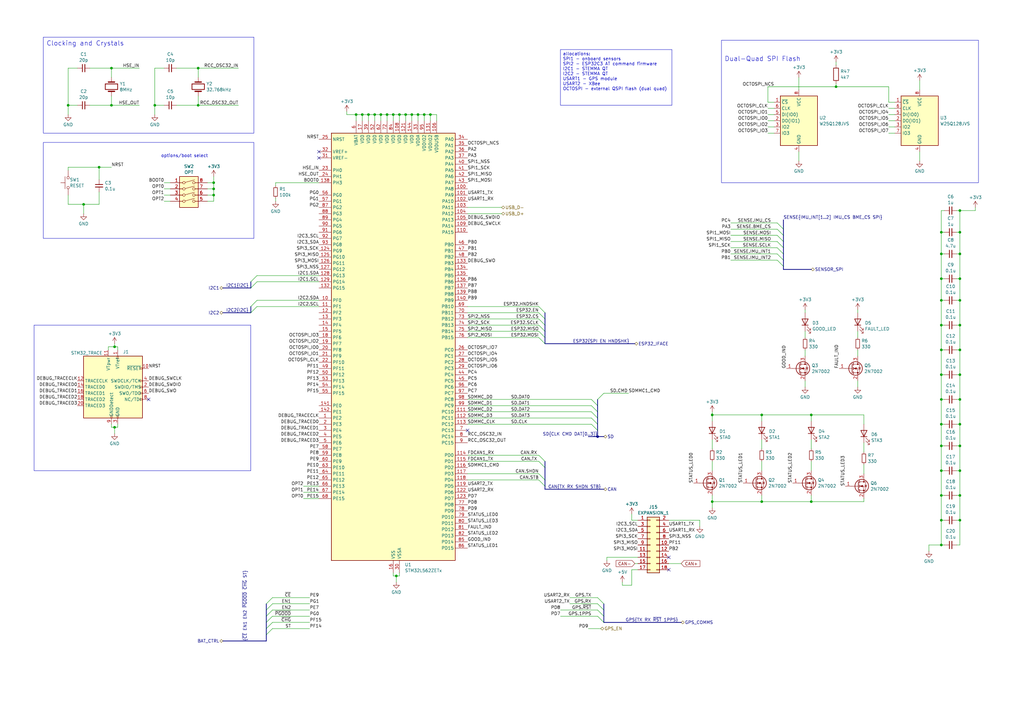
<source format=kicad_sch>
(kicad_sch (version 20230121) (generator eeschema)
  (paper "A3")
  (title_block (title "T3 Telemetry Board") (date "2023-07-26") (rev "1.1a-DRAFT") (company "Solar Vehicle Project"))
  (bus_alias "I2C" (members "SCL" "SDA"))
  (bus_alias "SPI" (members "MOSI" "MISO" "CS" "SCLK"))
  (bus_alias "UART" (members "TX" "RX" "CTS" "DTS" "RTS"))
  (junction (at 162.56 236.22))
  (junction (at 173.99 46.99))
  (junction (at 176.53 46.99))
  (junction (at 146.05 46.99))
  (junction (at 393.7 104.14))
  (junction (at 386.08 203.2))
  (junction (at 312.42 170.18))
  (junction (at 393.7 173.99))
  (junction (at 393.7 213.36))
  (junction (at 87.63 80.01))
  (junction (at 386.08 153.67))
  (junction (at 87.63 74.93))
  (junction (at 312.42 205.74))
  (junction (at 34.29 83.82))
  (junction (at 151.13 46.99))
  (junction (at 386.08 104.14))
  (junction (at 45.72 43.18))
  (junction (at 386.08 223.52))
  (junction (at 393.7 114.3))
  (junction (at 393.7 123.19))
  (junction (at 166.37 46.99))
  (junction (at 45.72 27.94))
  (junction (at 393.7 182.88))
  (junction (at 81.28 27.94))
  (junction (at 161.29 46.99))
  (junction (at 63.5 43.18))
  (junction (at 393.7 95.25))
  (junction (at 171.45 46.99))
  (junction (at 386.08 123.19))
  (junction (at 292.1 170.18))
  (junction (at 245.11 179.07))
  (junction (at 163.83 46.99))
  (junction (at 393.7 163.83))
  (junction (at 386.08 114.3))
  (junction (at 386.08 95.25))
  (junction (at 40.64 68.58))
  (junction (at 393.7 203.2))
  (junction (at 386.08 213.36))
  (junction (at 386.08 143.51))
  (junction (at 386.08 193.04))
  (junction (at 393.7 143.51))
  (junction (at 81.28 43.18))
  (junction (at 148.59 46.99))
  (junction (at 46.99 142.24))
  (junction (at 27.94 43.18))
  (junction (at 168.91 46.99))
  (junction (at 393.7 86.36))
  (junction (at 46.99 175.26))
  (junction (at 386.08 133.35))
  (junction (at 158.75 46.99))
  (junction (at 332.74 170.18))
  (junction (at 393.7 193.04))
  (junction (at 292.1 205.74))
  (junction (at 386.08 173.99))
  (junction (at 153.67 46.99))
  (junction (at 156.21 46.99))
  (junction (at 386.08 182.88))
  (junction (at 332.74 205.74))
  (junction (at 342.9 35.56))
  (junction (at 393.7 133.35))
  (junction (at 386.08 163.83))
  (junction (at 393.7 153.67))
  (junction (at 87.63 77.47))
  (no_connect (at 274.32 228.6))
  (no_connect (at 130.81 62.23))
  (no_connect (at 274.32 233.68))
  (no_connect (at 60.96 163.83))
  (no_connect (at 191.77 176.53))
  (no_connect (at 130.81 64.77))
  (bus_entry (at 321.31 106.68) (size -2.54 -2.54))
  (bus_entry (at 102.87 115.57) (size 2.54 -2.54))
  (bus_entry (at 102.87 128.27) (size 2.54 -2.54))
  (bus_entry (at 223.52 140.97) (size -2.54 -2.54))
  (bus_entry (at 223.52 199.39) (size -2.54 -2.54))
  (bus_entry (at 321.31 109.22) (size -2.54 -2.54))
  (bus_entry (at 245.11 171.45) (size -2.54 -2.54))
  (bus_entry (at 245.11 166.37) (size -2.54 -2.54))
  (bus_entry (at 247.65 247.65) (size -2.54 -2.54))
  (bus_entry (at 223.52 196.85) (size -2.54 -2.54))
  (bus_entry (at 321.31 101.6) (size -2.54 -2.54))
  (bus_entry (at 247.65 250.19) (size -2.54 -2.54))
  (bus_entry (at 223.52 128.27) (size -2.54 -2.54))
  (bus_entry (at 109.22 252.73) (size 2.54 -2.54))
  (bus_entry (at 247.65 255.27) (size -2.54 -2.54))
  (bus_entry (at 321.31 93.98) (size -2.54 -2.54))
  (bus_entry (at 109.22 250.19) (size 2.54 -2.54))
  (bus_entry (at 109.22 260.35) (size 2.54 -2.54))
  (bus_entry (at 223.52 189.23) (size -2.54 -2.54))
  (bus_entry (at 223.52 135.89) (size -2.54 -2.54))
  (bus_entry (at 321.31 99.06) (size -2.54 -2.54))
  (bus_entry (at 223.52 130.81) (size -2.54 -2.54))
  (bus_entry (at 321.31 104.14) (size -2.54 -2.54))
  (bus_entry (at 102.87 125.73) (size 2.54 -2.54))
  (bus_entry (at 321.31 96.52) (size -2.54 -2.54))
  (bus_entry (at 109.22 257.81) (size 2.54 -2.54))
  (bus_entry (at 245.11 168.91) (size -2.54 -2.54))
  (bus_entry (at 109.22 247.65) (size 2.54 -2.54))
  (bus_entry (at 247.65 252.73) (size -2.54 -2.54))
  (bus_entry (at 223.52 133.35) (size -2.54 -2.54))
  (bus_entry (at 223.52 191.77) (size -2.54 -2.54))
  (bus_entry (at 245.11 176.53) (size -2.54 -2.54))
  (bus_entry (at 102.87 118.11) (size 2.54 -2.54))
  (bus_entry (at 245.11 163.83) (size 2.54 -2.54))
  (bus_entry (at 223.52 138.43) (size -2.54 -2.54))
  (bus_entry (at 245.11 173.99) (size -2.54 -2.54))
  (bus_entry (at 109.22 255.27) (size 2.54 -2.54))
  (wire (pts (xy 241.3 257.81) (xy 246.38 257.81)))
  (wire (pts (xy 163.83 236.22) (xy 162.56 236.22)))
  (bus (pts (xy 321.31 104.14) (xy 321.31 106.68)))
  (wire (pts (xy 314.96 35.56) (xy 314.96 41.91)))
  (wire (pts (xy 124.46 201.93) (xy 130.81 201.93)))
  (wire (pts (xy 312.42 205.74) (xy 292.1 205.74)))
  (wire (pts (xy 255.27 240.03) (xy 255.27 238.76)))
  (bus (pts (xy 223.52 138.43) (xy 223.52 140.97)))
  (bus (pts (xy 241.3 179.07) (xy 245.11 179.07)))
  (wire (pts (xy 386.08 223.52) (xy 386.08 213.36)))
  (wire (pts (xy 392.43 114.3) (xy 393.7 114.3)))
  (wire (pts (xy 330.2 143.51) (xy 330.2 146.05)))
  (wire (pts (xy 386.08 86.36) (xy 387.35 86.36)))
  (wire (pts (xy 45.72 68.58) (xy 40.64 68.58)))
  (bus (pts (xy 223.52 128.27) (xy 223.52 130.81)))
  (wire (pts (xy 40.64 73.66) (xy 40.64 68.58)))
  (wire (pts (xy 386.08 95.25) (xy 387.35 95.25)))
  (wire (pts (xy 259.08 240.03) (xy 255.27 240.03)))
  (wire (pts (xy 292.1 168.91) (xy 292.1 170.18)))
  (wire (pts (xy 48.26 173.99) (xy 48.26 175.26)))
  (wire (pts (xy 148.59 46.99) (xy 148.59 49.53)))
  (wire (pts (xy 393.7 203.2) (xy 393.7 193.04)))
  (bus (pts (xy 223.52 140.97) (xy 260.35 140.97)))
  (wire (pts (xy 386.08 203.2) (xy 386.08 193.04)))
  (wire (pts (xy 161.29 46.99) (xy 161.29 49.53)))
  (wire (pts (xy 386.08 123.19) (xy 386.08 114.3)))
  (wire (pts (xy 229.87 250.19) (xy 245.11 250.19)))
  (wire (pts (xy 393.7 123.19) (xy 393.7 114.3)))
  (wire (pts (xy 229.87 252.73) (xy 245.11 252.73)))
  (wire (pts (xy 392.43 163.83) (xy 393.7 163.83)))
  (bus (pts (xy 91.44 118.11) (xy 102.87 118.11)))
  (wire (pts (xy 124.46 199.39) (xy 130.81 199.39)))
  (wire (pts (xy 386.08 104.14) (xy 387.35 104.14)))
  (wire (pts (xy 87.63 77.47) (xy 87.63 80.01)))
  (wire (pts (xy 151.13 46.99) (xy 153.67 46.99)))
  (wire (pts (xy 158.75 46.99) (xy 158.75 49.53)))
  (bus (pts (xy 321.31 110.49) (xy 321.31 109.22)))
  (bus (pts (xy 91.44 128.27) (xy 102.87 128.27)))
  (bus (pts (xy 245.11 163.83) (xy 245.11 166.37)))
  (wire (pts (xy 332.74 180.34) (xy 332.74 184.15)))
  (wire (pts (xy 153.67 46.99) (xy 153.67 49.53)))
  (wire (pts (xy 342.9 25.4) (xy 342.9 26.67)))
  (wire (pts (xy 171.45 46.99) (xy 173.99 46.99)))
  (wire (pts (xy 111.76 247.65) (xy 127 247.65)))
  (bus (pts (xy 245.11 173.99) (xy 245.11 176.53)))
  (bus (pts (xy 102.87 125.73) (xy 102.87 128.27)))
  (wire (pts (xy 67.31 74.93) (xy 69.85 74.93)))
  (wire (pts (xy 176.53 46.99) (xy 176.53 49.53)))
  (wire (pts (xy 48.26 143.51) (xy 48.26 142.24)))
  (wire (pts (xy 393.7 173.99) (xy 393.7 163.83)))
  (wire (pts (xy 113.03 82.55) (xy 113.03 81.28)))
  (bus (pts (xy 109.22 255.27) (xy 109.22 257.81)))
  (wire (pts (xy 124.46 204.47) (xy 130.81 204.47)))
  (wire (pts (xy 27.94 68.58) (xy 27.94 69.85)))
  (wire (pts (xy 248.92 228.6) (xy 248.92 229.87)))
  (wire (pts (xy 386.08 143.51) (xy 386.08 133.35)))
  (wire (pts (xy 191.77 196.85) (xy 220.98 196.85)))
  (wire (pts (xy 87.63 82.55) (xy 85.09 82.55)))
  (wire (pts (xy 392.43 104.14) (xy 393.7 104.14)))
  (wire (pts (xy 205.74 87.63) (xy 191.77 87.63)))
  (wire (pts (xy 364.49 35.56) (xy 364.49 41.91)))
  (wire (pts (xy 36.83 27.94) (xy 45.72 27.94)))
  (wire (pts (xy 34.29 83.82) (xy 40.64 83.82)))
  (wire (pts (xy 392.43 133.35) (xy 393.7 133.35)))
  (wire (pts (xy 67.31 27.94) (xy 63.5 27.94)))
  (wire (pts (xy 233.68 247.65) (xy 245.11 247.65)))
  (bus (pts (xy 321.31 101.6) (xy 321.31 104.14)))
  (wire (pts (xy 386.08 163.83) (xy 386.08 153.67)))
  (bus (pts (xy 223.52 200.66) (xy 247.65 200.66)))
  (bus (pts (xy 109.22 250.19) (xy 109.22 252.73)))
  (bus (pts (xy 223.52 196.85) (xy 223.52 199.39)))
  (wire (pts (xy 292.1 180.34) (xy 292.1 184.15)))
  (wire (pts (xy 63.5 43.18) (xy 67.31 43.18)))
  (wire (pts (xy 27.94 80.01) (xy 27.94 83.82)))
  (wire (pts (xy 163.83 234.95) (xy 163.83 236.22)))
  (wire (pts (xy 146.05 46.99) (xy 148.59 46.99)))
  (wire (pts (xy 387.35 203.2) (xy 386.08 203.2)))
  (wire (pts (xy 173.99 46.99) (xy 176.53 46.99)))
  (wire (pts (xy 191.77 163.83) (xy 242.57 163.83)))
  (wire (pts (xy 27.94 43.18) (xy 27.94 46.99)))
  (wire (pts (xy 386.08 173.99) (xy 386.08 163.83)))
  (wire (pts (xy 191.77 125.73) (xy 220.98 125.73)))
  (wire (pts (xy 46.99 175.26) (xy 46.99 177.8)))
  (wire (pts (xy 36.83 43.18) (xy 45.72 43.18)))
  (wire (pts (xy 364.49 49.53) (xy 367.03 49.53)))
  (wire (pts (xy 259.08 233.68) (xy 259.08 240.03)))
  (wire (pts (xy 46.99 142.24) (xy 48.26 142.24)))
  (wire (pts (xy 330.2 156.21) (xy 330.2 158.75)))
  (wire (pts (xy 351.79 156.21) (xy 351.79 158.75)))
  (wire (pts (xy 142.24 46.99) (xy 142.24 45.72)))
  (wire (pts (xy 111.76 252.73) (xy 127 252.73)))
  (bus (pts (xy 109.22 260.35) (xy 109.22 262.89)))
  (wire (pts (xy 299.72 96.52) (xy 318.77 96.52)))
  (wire (pts (xy 387.35 143.51) (xy 386.08 143.51)))
  (wire (pts (xy 27.94 27.94) (xy 27.94 43.18)))
  (wire (pts (xy 151.13 46.99) (xy 151.13 49.53)))
  (wire (pts (xy 393.7 163.83) (xy 393.7 153.67)))
  (wire (pts (xy 392.43 123.19) (xy 393.7 123.19)))
  (wire (pts (xy 105.41 123.19) (xy 130.81 123.19)))
  (wire (pts (xy 205.74 85.09) (xy 191.77 85.09)))
  (wire (pts (xy 261.62 231.14) (xy 260.35 231.14)))
  (wire (pts (xy 191.77 128.27) (xy 220.98 128.27)))
  (wire (pts (xy 327.66 31.75) (xy 327.66 36.83)))
  (wire (pts (xy 156.21 46.99) (xy 158.75 46.99)))
  (wire (pts (xy 259.08 210.82) (xy 259.08 213.36)))
  (wire (pts (xy 386.08 114.3) (xy 387.35 114.3)))
  (wire (pts (xy 354.33 205.74) (xy 354.33 204.47)))
  (wire (pts (xy 163.83 46.99) (xy 163.83 49.53)))
  (wire (pts (xy 191.77 194.31) (xy 220.98 194.31)))
  (wire (pts (xy 386.08 223.52) (xy 387.35 223.52)))
  (wire (pts (xy 377.19 33.02) (xy 377.19 36.83)))
  (wire (pts (xy 105.41 113.03) (xy 130.81 113.03)))
  (wire (pts (xy 31.75 27.94) (xy 27.94 27.94)))
  (wire (pts (xy 393.7 143.51) (xy 393.7 133.35)))
  (wire (pts (xy 393.7 133.35) (xy 393.7 123.19)))
  (wire (pts (xy 233.68 245.11) (xy 245.11 245.11)))
  (wire (pts (xy 354.33 181.61) (xy 354.33 185.42)))
  (wire (pts (xy 142.24 46.99) (xy 146.05 46.99)))
  (wire (pts (xy 330.2 135.89) (xy 330.2 138.43)))
  (wire (pts (xy 392.43 203.2) (xy 393.7 203.2)))
  (wire (pts (xy 387.35 153.67) (xy 386.08 153.67)))
  (wire (pts (xy 85.09 80.01) (xy 87.63 80.01)))
  (wire (pts (xy 393.7 213.36) (xy 393.7 203.2)))
  (wire (pts (xy 67.31 82.55) (xy 69.85 82.55)))
  (wire (pts (xy 40.64 83.82) (xy 40.64 78.74)))
  (wire (pts (xy 34.29 83.82) (xy 34.29 87.63)))
  (wire (pts (xy 342.9 34.29) (xy 342.9 35.56)))
  (wire (pts (xy 381 223.52) (xy 381 226.06)))
  (bus (pts (xy 247.65 252.73) (xy 247.65 255.27)))
  (wire (pts (xy 45.72 39.37) (xy 45.72 43.18)))
  (wire (pts (xy 130.81 74.93) (xy 113.03 74.93)))
  (bus (pts (xy 321.31 106.68) (xy 321.31 109.22)))
  (wire (pts (xy 351.79 143.51) (xy 351.79 146.05)))
  (wire (pts (xy 191.77 138.43) (xy 220.98 138.43)))
  (wire (pts (xy 314.96 44.45) (xy 317.5 44.45)))
  (bus (pts (xy 321.31 99.06) (xy 321.31 101.6)))
  (wire (pts (xy 314.96 52.07) (xy 317.5 52.07)))
  (wire (pts (xy 393.7 114.3) (xy 393.7 104.14)))
  (wire (pts (xy 386.08 182.88) (xy 386.08 173.99)))
  (wire (pts (xy 314.96 49.53) (xy 317.5 49.53)))
  (wire (pts (xy 387.35 163.83) (xy 386.08 163.83)))
  (wire (pts (xy 299.72 104.14) (xy 318.77 104.14)))
  (wire (pts (xy 173.99 46.99) (xy 173.99 49.53)))
  (wire (pts (xy 364.49 52.07) (xy 367.03 52.07)))
  (wire (pts (xy 377.19 62.23) (xy 377.19 66.04)))
  (wire (pts (xy 45.72 31.75) (xy 45.72 27.94)))
  (wire (pts (xy 292.1 170.18) (xy 292.1 172.72)))
  (bus (pts (xy 245.11 166.37) (xy 245.11 168.91)))
  (wire (pts (xy 393.7 86.36) (xy 400.05 86.36)))
  (wire (pts (xy 351.79 127) (xy 351.79 128.27)))
  (wire (pts (xy 161.29 46.99) (xy 163.83 46.99)))
  (wire (pts (xy 354.33 205.74) (xy 332.74 205.74)))
  (wire (pts (xy 314.96 35.56) (xy 342.9 35.56)))
  (wire (pts (xy 63.5 27.94) (xy 63.5 43.18)))
  (wire (pts (xy 299.72 91.44) (xy 318.77 91.44)))
  (bus (pts (xy 245.11 176.53) (xy 245.11 179.07)))
  (wire (pts (xy 176.53 46.99) (xy 179.07 46.99)))
  (bus (pts (xy 321.31 96.52) (xy 321.31 99.06)))
  (wire (pts (xy 105.41 125.73) (xy 130.81 125.73)))
  (bus (pts (xy 223.52 189.23) (xy 223.52 191.77)))
  (wire (pts (xy 292.1 205.74) (xy 292.1 208.28)))
  (wire (pts (xy 87.63 72.39) (xy 87.63 74.93)))
  (wire (pts (xy 364.49 44.45) (xy 367.03 44.45)))
  (wire (pts (xy 299.72 93.98) (xy 318.77 93.98)))
  (wire (pts (xy 85.09 77.47) (xy 87.63 77.47)))
  (wire (pts (xy 85.09 74.93) (xy 87.63 74.93)))
  (bus (pts (xy 223.52 133.35) (xy 223.52 135.89)))
  (wire (pts (xy 393.7 193.04) (xy 393.7 182.88)))
  (wire (pts (xy 63.5 43.18) (xy 63.5 46.99)))
  (wire (pts (xy 332.74 170.18) (xy 354.33 170.18)))
  (wire (pts (xy 392.43 223.52) (xy 393.7 223.52)))
  (wire (pts (xy 364.49 46.99) (xy 367.03 46.99)))
  (wire (pts (xy 111.76 257.81) (xy 127 257.81)))
  (wire (pts (xy 387.35 133.35) (xy 386.08 133.35)))
  (wire (pts (xy 67.31 80.01) (xy 69.85 80.01)))
  (wire (pts (xy 332.74 203.2) (xy 332.74 205.74)))
  (bus (pts (xy 109.22 247.65) (xy 109.22 250.19)))
  (wire (pts (xy 191.77 189.23) (xy 220.98 189.23)))
  (wire (pts (xy 287.02 213.36) (xy 287.02 215.9)))
  (wire (pts (xy 191.77 168.91) (xy 242.57 168.91)))
  (wire (pts (xy 191.77 186.69) (xy 220.98 186.69)))
  (wire (pts (xy 146.05 46.99) (xy 146.05 49.53)))
  (wire (pts (xy 191.77 133.35) (xy 220.98 133.35)))
  (wire (pts (xy 392.43 182.88) (xy 393.7 182.88)))
  (wire (pts (xy 342.9 35.56) (xy 364.49 35.56)))
  (wire (pts (xy 354.33 190.5) (xy 354.33 194.31)))
  (wire (pts (xy 261.62 228.6) (xy 248.92 228.6)))
  (wire (pts (xy 87.63 74.93) (xy 87.63 77.47)))
  (wire (pts (xy 166.37 46.99) (xy 168.91 46.99)))
  (wire (pts (xy 274.32 213.36) (xy 287.02 213.36)))
  (wire (pts (xy 314.96 54.61) (xy 317.5 54.61)))
  (bus (pts (xy 223.52 199.39) (xy 223.52 200.66)))
  (wire (pts (xy 57.15 43.18) (xy 45.72 43.18)))
  (wire (pts (xy 72.39 27.94) (xy 81.28 27.94)))
  (wire (pts (xy 386.08 193.04) (xy 386.08 182.88)))
  (wire (pts (xy 191.77 130.81) (xy 220.98 130.81)))
  (wire (pts (xy 393.7 86.36) (xy 393.7 95.25)))
  (wire (pts (xy 46.99 142.24) (xy 46.99 140.97)))
  (wire (pts (xy 191.77 173.99) (xy 242.57 173.99)))
  (wire (pts (xy 386.08 213.36) (xy 386.08 203.2)))
  (wire (pts (xy 364.49 41.91) (xy 367.03 41.91)))
  (wire (pts (xy 81.28 43.18) (xy 97.79 43.18)))
  (wire (pts (xy 387.35 182.88) (xy 386.08 182.88)))
  (wire (pts (xy 299.72 106.68) (xy 318.77 106.68)))
  (wire (pts (xy 312.42 189.23) (xy 312.42 193.04)))
  (wire (pts (xy 332.74 189.23) (xy 332.74 193.04)))
  (wire (pts (xy 168.91 46.99) (xy 168.91 49.53)))
  (wire (pts (xy 387.35 193.04) (xy 386.08 193.04)))
  (wire (pts (xy 27.94 68.58) (xy 40.64 68.58)))
  (wire (pts (xy 332.74 170.18) (xy 312.42 170.18)))
  (bus (pts (xy 247.65 255.27) (xy 279.4 255.27)))
  (bus (pts (xy 109.22 262.89) (xy 91.44 262.89)))
  (wire (pts (xy 299.72 101.6) (xy 318.77 101.6)))
  (bus (pts (xy 102.87 115.57) (xy 102.87 118.11)))
  (bus (pts (xy 321.31 90.17) (xy 321.31 93.98)))
  (wire (pts (xy 393.7 223.52) (xy 393.7 213.36)))
  (wire (pts (xy 393.7 182.88) (xy 393.7 173.99)))
  (wire (pts (xy 386.08 223.52) (xy 381 223.52)))
  (wire (pts (xy 44.45 143.51) (xy 44.45 142.24)))
  (wire (pts (xy 158.75 46.99) (xy 161.29 46.99)))
  (wire (pts (xy 171.45 46.99) (xy 171.45 49.53)))
  (wire (pts (xy 392.43 143.51) (xy 393.7 143.51)))
  (wire (pts (xy 364.49 54.61) (xy 367.03 54.61)))
  (wire (pts (xy 113.03 74.93) (xy 113.03 76.2)))
  (wire (pts (xy 312.42 203.2) (xy 312.42 205.74)))
  (wire (pts (xy 292.1 170.18) (xy 312.42 170.18)))
  (wire (pts (xy 332.74 205.74) (xy 312.42 205.74)))
  (wire (pts (xy 111.76 255.27) (xy 127 255.27)))
  (bus (pts (xy 332.74 110.49) (xy 321.31 110.49)))
  (wire (pts (xy 105.41 115.57) (xy 130.81 115.57)))
  (wire (pts (xy 153.67 46.99) (xy 156.21 46.99)))
  (wire (pts (xy 312.42 170.18) (xy 312.42 172.72)))
  (wire (pts (xy 46.99 175.26) (xy 45.72 175.26)))
  (wire (pts (xy 292.1 189.23) (xy 292.1 193.04)))
  (wire (pts (xy 314.96 41.91) (xy 317.5 41.91)))
  (bus (pts (xy 321.31 93.98) (xy 321.31 96.52)))
  (bus (pts (xy 245.11 173.99) (xy 245.11 171.45)))
  (wire (pts (xy 392.43 193.04) (xy 393.7 193.04)))
  (wire (pts (xy 314.96 46.99) (xy 317.5 46.99)))
  (wire (pts (xy 87.63 80.01) (xy 87.63 82.55)))
  (wire (pts (xy 261.62 233.68) (xy 259.08 233.68)))
  (wire (pts (xy 387.35 173.99) (xy 386.08 173.99)))
  (wire (pts (xy 156.21 46.99) (xy 156.21 49.53)))
  (wire (pts (xy 179.07 46.99) (xy 179.07 49.53)))
  (wire (pts (xy 386.08 104.14) (xy 386.08 95.25)))
  (wire (pts (xy 166.37 46.99) (xy 166.37 49.53)))
  (wire (pts (xy 386.08 133.35) (xy 386.08 123.19)))
  (wire (pts (xy 354.33 170.18) (xy 354.33 173.99)))
  (wire (pts (xy 163.83 46.99) (xy 166.37 46.99)))
  (wire (pts (xy 162.56 236.22) (xy 161.29 236.22)))
  (wire (pts (xy 111.76 250.19) (xy 127 250.19)))
  (wire (pts (xy 330.2 127) (xy 330.2 128.27)))
  (wire (pts (xy 386.08 114.3) (xy 386.08 104.14)))
  (wire (pts (xy 386.08 153.67) (xy 386.08 143.51)))
  (bus (pts (xy 223.52 135.89) (xy 223.52 138.43)))
  (wire (pts (xy 191.77 166.37) (xy 242.57 166.37)))
  (wire (pts (xy 168.91 46.99) (xy 171.45 46.99)))
  (wire (pts (xy 81.28 27.94) (xy 97.79 27.94)))
  (bus (pts (xy 247.65 250.19) (xy 247.65 252.73)))
  (bus (pts (xy 247.65 247.65) (xy 247.65 250.19)))
  (bus (pts (xy 245.11 168.91) (xy 245.11 171.45)))
  (wire (pts (xy 327.66 62.23) (xy 327.66 66.04)))
  (wire (pts (xy 392.43 213.36) (xy 393.7 213.36)))
  (wire (pts (xy 72.39 43.18) (xy 81.28 43.18)))
  (wire (pts (xy 279.4 231.14) (xy 274.32 231.14)))
  (wire (pts (xy 387.35 213.36) (xy 386.08 213.36)))
  (wire (pts (xy 392.43 95.25) (xy 393.7 95.25)))
  (wire (pts (xy 312.42 180.34) (xy 312.42 184.15)))
  (wire (pts (xy 386.08 95.25) (xy 386.08 86.36)))
  (wire (pts (xy 299.72 99.06) (xy 318.77 99.06)))
  (wire (pts (xy 351.79 135.89) (xy 351.79 138.43)))
  (wire (pts (xy 393.7 104.14) (xy 393.7 95.25)))
  (wire (pts (xy 392.43 173.99) (xy 393.7 173.99)))
  (wire (pts (xy 400.05 85.09) (xy 400.05 86.36)))
  (wire (pts (xy 67.31 77.47) (xy 69.85 77.47)))
  (wire (pts (xy 261.62 213.36) (xy 259.08 213.36)))
  (wire (pts (xy 148.59 46.99) (xy 151.13 46.99)))
  (wire (pts (xy 44.45 142.24) (xy 46.99 142.24)))
  (wire (pts (xy 393.7 153.67) (xy 393.7 143.51)))
  (wire (pts (xy 27.94 83.82) (xy 34.29 83.82)))
  (bus (pts (xy 245.11 179.07) (xy 247.65 179.07)))
  (bus (pts (xy 109.22 252.73) (xy 109.22 255.27)))
  (wire (pts (xy 48.26 175.26) (xy 46.99 175.26)))
  (bus (pts (xy 223.52 130.81) (xy 223.52 133.35)))
  (wire (pts (xy 387.35 123.19) (xy 386.08 123.19)))
  (bus (pts (xy 223.52 191.77) (xy 223.52 196.85)))
  (wire (pts (xy 81.28 27.94) (xy 81.28 31.75)))
  (wire (pts (xy 161.29 234.95) (xy 161.29 236.22)))
  (wire (pts (xy 191.77 135.89) (xy 220.98 135.89)))
  (wire (pts (xy 332.74 172.72) (xy 332.74 170.18)))
  (wire (pts (xy 81.28 39.37) (xy 81.28 43.18)))
  (wire (pts (xy 45.72 173.99) (xy 45.72 175.26)))
  (wire (pts (xy 162.56 236.22) (xy 162.56 238.76)))
  (wire (pts (xy 392.43 153.67) (xy 393.7 153.67)))
  (wire (pts (xy 191.77 171.45) (xy 242.57 171.45)))
  (wire (pts (xy 247.65 161.29) (xy 257.81 161.29)))
  (wire (pts (xy 111.76 245.11) (xy 127 245.11)))
  (wire (pts (xy 45.72 27.94) (xy 57.15 27.94)))
  (wire (pts (xy 292.1 203.2) (xy 292.1 205.74)))
  (wire (pts (xy 27.94 43.18) (xy 31.75 43.18)))
  (bus (pts (xy 109.22 257.81) (xy 109.22 260.35)))
  (wire (pts (xy 392.43 86.36) (xy 393.7 86.36)))
  (rectangle (start 17.78 58.42) (end 104.14 97.79))
  (rectangle (start 13.97 133.35) (end 102.87 193.04))
  (rectangle (start 17.78 15.24) (end 104.14 54.61))
  (rectangle (start 295.91 16.51) (end 401.32 74.93))
  (text_box "allocations:\nSPI1 - onboard sensors\nSPI2 - ESP32C3 AT command firmware\nI2C1 - STEMMA QT\nI2C2 - STEMMA QT\nUSART1 - GPS module\nUSART2 - XBee\nOCTOSPI - external QSPI flash (dual quad)\n" (at 229.87 20.32 0) (size 45.72 22.86) (effects (font (size 1.27 1.27)) (justify left top)))
  (text "Clocking and Crystals" (at 19.05 19.05 0) (effects (font (size 1.905 1.905)) (justify left bottom)))
  (text "Dual-Quad SPI Flash" (at 297.18 25.4 0) (effects (font (size 1.905 1.905)) (justify left bottom)))
  (text "options/boot select" (at 66.04 64.77 0) (effects (font (size 1.27 1.27)) (justify left bottom)))
  (label "I2C1.SCL" (at 130.81 115.57 180))
  (label "SPI1_MISO" (at 299.72 99.06 180))
  (label "PB2" (at 274.32 226.06 0))
  (label "PB9" (at 191.77 123.19 0))
  (label "PB0" (at 299.72 104.14 180))
  (label "OCTOSPI_IO5" (at 364.49 49.53 180))
  (label "OCTOSPI_CLK" (at 314.96 44.45 180))
  (label "PF11" (at 274.32 223.52 0))
  (label "USART1_TX" (at 274.32 215.9 0))
  (label "PE13" (at 130.81 199.39 180))
  (label "OCTOSPI_IO1" (at 314.96 46.99 180))
  (label "SENSE.MOSI" (at 316.23 96.52 180))
  (label "PB0" (at 191.77 100.33 0))
  (label "PG1" (at 127 247.65 0))
  (label "DEBUG_TRACED0" (at 31.75 158.75 180))
  (label "DEBUG_TRACED1" (at 31.75 161.29 180))
  (label "OCTOSPI_IO3" (at 314.96 54.61 180))
  (label "SD.CLK" (at 209.55 173.99 0))
  (label "OCTOSPI_IO7" (at 364.49 54.61 180))
  (label "OCTOSPI_CLK" (at 130.81 148.59 180))
  (label "PD8" (at 191.77 207.01 0))
  (label "EN2" (at 119.38 250.19 180))
  (label "STATUS_LED2" (at 191.77 219.71 0))
  (label "SPI2_NSS" (at 191.77 130.81 0))
  (label "SENSE.IMU_CS" (at 316.23 91.44 180))
  (label "ESP32.EN" (at 220.98 128.27 180))
  (label "PC6" (at 191.77 158.75 0))
  (label "SD.CMD" (at 250.19 161.29 0))
  (label "SENSE.SCLK" (at 316.23 101.6 180))
  (label "OCTOSPI_IO7" (at 191.77 143.51 0))
  (label "GPS.RX" (at 242.57 247.65 180))
  (label "PD8" (at 229.87 250.19 180))
  (label "SPI3_MISO" (at 130.81 105.41 180))
  (label "PF14" (at 130.81 158.75 180))
  (label "ESP32.SCLK" (at 220.98 133.35 180))
  (label "GOOD_IND" (at 191.77 222.25 0))
  (label "ESP32.HNDSHK" (at 220.98 125.73 180))
  (label "STATUS_LED1" (at 191.77 224.79 0))
  (label "PG0" (at 127 252.73 0))
  (label "PC4" (at 299.72 91.44 180))
  (label "FDCAN1_RX" (at 191.77 186.69 0))
  (label "PE15" (at 130.81 204.47 180))
  (label "PD7" (at 229.87 252.73 180))
  (label "HSE_OUT" (at 57.15 43.18 180))
  (label "I2C3_SDA" (at 130.81 100.33 180))
  (label "RCC_OSC32_IN" (at 97.79 27.94 180))
  (label "HSE_OUT" (at 130.81 72.39 180))
  (label "SENSE.MISO" (at 316.23 99.06 180))
  (label "PE7" (at 127 250.19 0))
  (label "CAN{TX RX SHDN STB}" (at 224.79 200.66 0))
  (label "DEBUG_TRACED1" (at 130.81 176.53 180))
  (label "USART1_TX" (at 191.77 80.01 0))
  (label "OCTOSPI_IO4" (at 364.49 46.99 180))
  (label "SENSE.BME_CS" (at 316.23 93.98 180))
  (label "CAN.SHDN" (at 220.98 194.31 180))
  (label "PE14" (at 130.81 201.93 180))
  (label "DEBUG_TRACECLK" (at 31.75 156.21 180))
  (label "OCTOSPI_IO2" (at 130.81 140.97 180))
  (label "PF14" (at 127 257.81 0))
  (label "I2C3_SDA" (at 261.62 218.44 180))
  (label "STATUS_LED0" (at 191.77 212.09 0))
  (label "GPS.~{RST}" (at 242.57 250.19 180))
  (label "PF15" (at 127 255.27 0))
  (label "PC4" (at 191.77 153.67 0))
  (label "OPT2" (at 67.31 82.55 180))
  (label "PA3" (at 191.77 64.77 0))
  (label "GPS{TX RX ~{RST} 1PPS}" (at 256.54 255.27 0))
  (label "OCTOSPI_IO2" (at 314.96 52.07 180))
  (label "DEBUG_TRACECLK" (at 130.81 171.45 180))
  (label "~{PGOOD}" (at 119.38 252.73 180))
  (label "OPT1" (at 67.31 80.01 180))
  (label "SPI1_SCK" (at 299.72 101.6 180))
  (label "EN1" (at 119.38 247.65 180))
  (label "STATUS_LED3" (at 346.71 199.39 90))
  (label "SENSE.IMU_INT2" (at 316.23 106.68 180))
  (label "PE9" (at 130.81 189.23 180))
  (label "ESP32.CS" (at 220.98 130.81 180))
  (label "DEBUG_TRACED3" (at 31.75 166.37 180))
  (label "CAN.TX" (at 220.345 189.23 180))
  (label "PA3" (at 299.72 93.98 180))
  (label "USART2_TX" (at 233.68 247.65 180))
  (label "PB2" (at 191.77 105.41 0))
  (label "DEBUG_SWO" (at 191.77 107.95 0))
  (label "SPI3_NSS" (at 130.81 110.49 180))
  (label "OPT1" (at 124.46 201.93 180))
  (label "OPT0" (at 124.46 204.47 180))
  (label "PB8" (at 191.77 120.65 0))
  (label "PD9" (at 191.77 209.55 0))
  (label "OCTOSPI_IO6" (at 191.77 151.13 0))
  (label "PE10" (at 130.81 191.77 180))
  (label "PA2" (at 191.77 62.23 0))
  (label "SDMMC_CLK" (at 191.77 173.99 0))
  (label "SDMMC_D1" (at 191.77 166.37 0))
  (label "PD9" (at 241.3 257.81 180))
  (label "I2C3_SCL" (at 130.81 97.79 180))
  (label "PE9" (at 127 245.11 0))
  (label "SDMMC1_CMD" (at 257.81 161.29 0))
  (label "SPI3_MOSI" (at 130.81 107.95 180))
  (label "SPI1_NSS" (at 191.77 67.31 0))
  (label "OPT0" (at 67.31 77.47 180))
  (label "STATUS_LED2" (at 325.12 198.12 90))
  (label "DEBUG_SWCLK" (at 60.96 156.21 0))
  (label "SPI1_MOSI" (at 299.72 96.52 180))
  (label "OCTOSPI_IO4" (at 191.77 146.05 0))
  (label "DEBUG_TRACED0" (at 130.81 173.99 180))
  (label "PE12" (at 130.81 196.85 180))
  (label "GPS.1PPS" (at 242.57 252.73 180))
  (label "USART2_RX" (at 191.77 201.93 0))
  (label "SDMMC_D3" (at 191.77 171.45 0))
  (label "PE11" (at 130.81 194.31 180))
  (label "~{CHG}" (at 119.38 255.27 180))
  (label "STATUS_LED0" (at 284.48 198.12 90))
  (label "RCC_OSC32_OUT" (at 191.77 181.61 0))
  (label "STATUS_LED3" (at 191.77 214.63 0))
  (label "DEBUG_TRACED3" (at 130.81 181.61 180))
  (label "OCTOSPI_NCS" (at 317.5 35.56 180))
  (label "PG0" (at 130.81 80.01 180))
  (label "ESP32.MISO" (at 220.98 135.89 180))
  (label "SPI3_SCK" (at 130.81 102.87 180))
  (label "OCTOSPI_NCS" (at 191.77 59.69 0))
  (label "SPI3_MOSI" (at 261.62 226.06 180))
  (label "CAN.STB" (at 220.98 196.85 180))
  (label "SENSE.IMU_INT1" (at 316.23 104.14 180))
  (label "OCTOSPI_CLK" (at 364.49 44.45 180))
  (label "SPI3_SCK" (at 261.62 220.98 180))
  (label "SPI2_MISO" (at 191.77 135.89 0))
  (label "DEBUG_TRACED2" (at 31.75 163.83 180))
  (label "HSE_IN" (at 57.15 27.94 180))
  (label "I2C3_SCL" (at 261.62 215.9 180))
  (label "SPI3_NSS" (at 274.32 220.98 0))
  (label "PB7" (at 191.77 118.11 0))
  (label "DEBUG_SWDIO" (at 191.77 90.17 0))
  (label "SPI2_MOSI" (at 191.77 138.43 0))
  (label "PF12" (at 130.81 153.67 180))
  (label "ESP32.MOSI" (at 220.98 138.43 180))
  (label "PE8" (at 130.81 186.69 180))
  (label "SD.DAT3" (at 209.55 171.45 0))
  (label "I2C2.SCL" (at 130.81 125.73 180))
  (label "GPS.TX" (at 242.57 245.11 180))
  (label "I2C1{I2C}" (at 92.71 118.11 0))
  (label "PB1" (at 191.77 102.87 0))
  (label "PB6" (at 191.77 115.57 0))
  (label "OCTOSPI_IO0" (at 314.96 49.53 180))
  (label "BOOT0" (at 130.81 74.93 180))
  (label "DEBUG_SWDIO" (at 60.96 158.75 0))
  (label "SPI1_SCK" (at 191.77 69.85 0))
  (label "USART1_RX" (at 191.77 82.55 0))
  (label "OCTOSPI_IO0" (at 130.81 143.51 180))
  (label "FDCAN1_TX" (at 191.77 189.23 0))
  (label "STATUS_LED1" (at 304.8 198.12 90))
  (label "OCTOSPI_IO1" (at 130.81 146.05 180))
  (label "ESP32{SPI EN HNDSHK}" (at 234.95 140.97 0))
  (label "PE7" (at 130.81 184.15 180))
  (label "NRST" (at 45.72 68.58 0))
  (label "NRST" (at 130.81 57.15 180))
  (label "I2C2{I2C}" (at 92.71 128.27 0))
  (label "OPT2" (at 124.46 199.39 180))
  (label "NRST" (at 60.96 151.13 0))
  (label "I2C1.SDA" (at 130.81 113.03 180))
  (label "USART2_RX" (at 233.68 245.11 180))
  (label "PG1" (at 130.81 82.55 180))
  (label "SDMMC1_CMD" (at 191.77 191.77 0))
  (label "SD.DAT1" (at 209.55 166.37 0))
  (label "DEBUG_TRACED2" (at 130.81 179.07 180))
  (label "DEBUG_SWO" (at 60.96 161.29 0))
  (label "PC7" (at 191.77 161.29 0))
  (label "SPI3_MISO" (at 261.62 223.52 180))
  (label "ST" (at 119.38 257.81 180))
  (label "PD7" (at 191.77 204.47 0))
  (label "PF15" (at 130.81 161.29 180))
  (label "PC5" (at 191.77 156.21 0))
  (label "~{CE}" (at 119.38 245.11 180))
  (label "USART1_RX" (at 274.32 218.44 0))
  (label "SPI2_SCK" (at 191.77 133.35 0))
  (label "SDMMC_D2" (at 191.77 168.91 0))
  (label "OCTOSPI_IO6" (at 364.49 52.07 180))
  (label "SENSE{IMU_INT[1..2] IMU_CS BME_CS SPI}" (at 321.31 90.17 0))
  (label "RCC_OSC32_OUT" (at 97.79 43.18 180))
  (label "SDMMC_D0" (at 191.77 163.83 0))
  (label "BOOT0" (at 67.31 74.93 180))
  (label "HSE_IN" (at 130.81 69.85 180))
  (label "SPI1_MISO" (at 191.77 72.39 0))
  (label "DEBUG_SWCLK" (at 191.77 92.71 0))
  (label "I2C2.SDA" (at 130.81 123.19 180))
  (label "SD.DAT2" (at 209.55 168.91 0))
  (label "PG2" (at 130.81 85.09 180))
  (label "SD.DAT0" (at 209.55 163.83 0))
  (label "OCTOSPI_IO5" (at 191.77 148.59 0))
  (label "OCTOSPI_IO3" (at 130.81 138.43 180))
  (label "CAN.RX" (at 220.345 186.69 180))
  (label "PF11" (at 130.81 151.13 180))
  (label "SD{CLK CMD DAT[0..3]}" (at 245.11 179.07 180))
  (label "FAULT_IND" (at 344.17 151.13 90))
  (label "GOOD_IND" (at 322.58 151.13 90))
  (label "PB1" (at 299.72 106.68 180))
  (label "FAULT_IND" (at 191.77 217.17 0))
  (label "PF13" (at 130.81 156.21 180))
  (label "{~{CE} EN1 EN2 ~{PGOOD} ~{CHG} ST}" (at 101.6 262.89 90))
  (label "USART2_TX" (at 191.77 199.39 0))
  (label "SPI1_MOSI" (at 191.77 74.93 0))
  (label "RCC_OSC32_IN" (at 191.77 179.07 0))
  (global_label "CAN+" (shape input) (at 279.4 231.14 0) (property "Intersheetrefs" "${INTERSHEET_REFS}" (effects hide)))
  (global_label "CAN-" (shape input) (at 260.35 231.14 180) (property "Intersheetrefs" "${INTERSHEET_REFS}" (effects hide)))
  (hierarchical_label "GPS_COMMS" (shape bidirectional) (at 279.4 255.27 0))
  (hierarchical_label "ESP32_IFACE" (shape bidirectional) (at 260.35 140.97 0))
  (hierarchical_label "CAN" (shape bidirectional) (at 247.65 200.66 0))
  (hierarchical_label "USB_D+" (shape bidirectional) (at 205.74 87.63 0))
  (hierarchical_label "USB_D-" (shape bidirectional) (at 205.74 85.09 0))
  (hierarchical_label "SENSOR_SPI" (shape bidirectional) (at 332.74 110.49 0))
  (hierarchical_label "GPS_EN" (shape bidirectional) (at 246.38 257.81 0))
  (hierarchical_label "BAT_CTRL" (shape bidirectional) (at 91.44 262.89 180))
  (hierarchical_label "SD" (shape bidirectional) (at 247.65 179.07 0))
  (hierarchical_label "I2C2" (shape bidirectional) (at 91.44 128.27 180))
  (hierarchical_label "I2C1" (shape bidirectional) (at 91.44 118.11 180))
  (symbol (lib_id "Device:C_Small") (at 389.89 114.3 90) (unit 1)
    (property "Reference" "C9" (at 389.8963 108.5936 90))
    (property "Value" "0.1u" (at 389.8963 111.0178 90))
    (property "Footprint" "Capacitor_SMD:C_0402_1005Metric" (effects hide))
  )
  (symbol (lib_id "Device:LED") (at 332.74 176.53 90) (unit 1)
    (property "Reference" "D4" (at 335.661 176.9054 90) (effects (justify right)))
    (property "Value" "STA2" (at 335.661 179.3296 90) (effects (justify right)))
    (property "Footprint" "LED_SMD:LED_0805_2012Metric" (effects hide))
  )
  (symbol (lib_id "power:+5V") (at 255.27 238.76 0) (unit 1)
    (property "Reference" "#PWR013" (effects hide))
    (property "Value" "+5V" (at 255.27 234.6269 0))
  )
  (symbol (lib_id "Device:C_Small") (at 389.89 203.2 90) (unit 1)
    (property "Reference" "C18" (at 389.8963 197.4936 90))
    (property "Value" "0.1u" (at 389.8963 199.9178 90))
    (property "Footprint" "Capacitor_SMD:C_0402_1005Metric" (effects hide))
  )
  (symbol (lib_id "Transistor_FET:2N7002") (at 289.56 198.12 0) (unit 1)
    (property "Reference" "Q1" (at 294.767 196.9079 0) (effects (justify left)))
    (property "Value" "2N7002" (at 294.767 199.3321 0) (effects (justify left)))
    (property "Footprint" "Package_TO_SOT_SMD:SOT-23" (effects hide))
    (property "Datasheet" "https://www.onsemi.com/pub/Collateral/NDS7002A-D.PDF" (effects hide))
  )
  (symbol (lib_id "power:GND") (at 287.02 215.9 0) (unit 1)
    (property "Reference" "#PWR015" (effects hide))
    (property "Value" "GND" (at 287.02 220.0331 0))
  )
  (symbol (lib_id "Device:C_Small") (at 69.85 27.94 90) (unit 1)
    (property "Reference" "C4" (at 69.8563 22.2336 90))
    (property "Value" "10p" (at 69.8563 24.6578 90))
    (property "Footprint" "Capacitor_SMD:C_0402_1005Metric" (effects hide))
  )
  (symbol (lib_id "Memory_Flash:W25Q128JVS") (at 377.19 49.53 0) (unit 1)
    (property "Reference" "U3" (at 385.572 48.3179 0) (effects (justify left)))
    (property "Value" "W25Q128JVS" (at 385.572 50.7421 0) (effects (justify left)))
    (property "Footprint" "Package_SO:SOIC-8_5.23x5.23mm_P1.27mm" (effects hide))
    (property "Datasheet" "http://www.winbond.com/resource-files/w25q128jv_dtr%20revc%2003272018%20plus.pdf" (effects hide))
  )
  (symbol (lib_id "Device:C_Small") (at 389.89 213.36 90) (unit 1)
    (property "Reference" "C19" (at 389.8963 207.6536 90))
    (property "Value" "0.1u" (at 389.8963 210.0778 90))
    (property "Footprint" "Capacitor_SMD:C_0402_1005Metric" (effects hide))
  )
  (symbol (lib_id "power:+3V3") (at 259.08 210.82 0) (unit 1)
    (property "Reference" "#PWR014" (effects hide))
    (property "Value" "+3V3" (at 259.08 206.6869 0))
  )
  (symbol (lib_id "power:+3V3") (at 46.99 140.97 0) (unit 1)
    (property "Reference" "#PWR03" (effects hide))
    (property "Value" "+3V3" (at 46.99 136.8369 0))
  )
  (symbol (lib_id "power:+3V3") (at 351.79 127 0) (unit 1)
    (property "Reference" "#PWR022" (effects hide))
    (property "Value" "+3V3" (at 351.79 122.8669 0))
  )
  (symbol (lib_id "power:GND") (at 327.66 66.04 0) (unit 1)
    (property "Reference" "#PWR021" (effects hide))
    (property "Value" "GND" (at 327.66 70.1731 0))
  )
  (symbol (lib_id "Device:LED") (at 351.79 132.08 90) (unit 1)
    (property "Reference" "D5" (at 354.711 132.4554 90) (effects (justify right)))
    (property "Value" "FAULT_LED" (at 354.711 134.8796 90) (effects (justify right)))
    (property "Footprint" "LED_SMD:LED_0805_2012Metric" (effects hide))
  )
  (symbol (lib_id "Transistor_FET:2N7002") (at 330.2 198.12 0) (unit 1)
    (property "Reference" "Q4" (at 335.407 196.9079 0) (effects (justify left)))
    (property "Value" "2N7002" (at 335.407 199.3321 0) (effects (justify left)))
    (property "Footprint" "Package_TO_SOT_SMD:SOT-23" (effects hide))
    (property "Datasheet" "https://www.onsemi.com/pub/Collateral/NDS7002A-D.PDF" (effects hide))
  )
  (symbol (lib_id "power:+3V3") (at 142.24 45.72 0) (unit 1)
    (property "Reference" "#PWR010" (effects hide))
    (property "Value" "+3V3" (at 142.24 41.5869 0))
  )
  (symbol (lib_id "parts:Conn_ARM_TRACE_SWD_20") (at 45.72 158.75 0) (unit 1)
    (property "Reference" "J1" (at 50.4541 144.3299 0) (effects (justify left)))
    (property "Value" "STM32_TRACE" (at 35.56 144.78 0))
    (property "Footprint" "Connector_PinHeader_1.27mm:PinHeader_2x10_P1.27mm_Vertical_SMD" (effects hide))
  )
  (symbol (lib_id "Device:C_Small") (at 40.64 76.2 0) (unit 1)
    (property "Reference" "C3" (at 42.9641 74.9942 0) (effects (justify left)))
    (property "Value" "0.1u" (at 42.9641 77.4184 0) (effects (justify left)))
    (property "Footprint" "Capacitor_SMD:C_0402_1005Metric" (effects hide))
  )
  (symbol (lib_id "Memory_Flash:W25Q128JVS") (at 327.66 49.53 0) (unit 1)
    (property "Reference" "U2" (at 336.042 48.3179 0) (effects (justify left)))
    (property "Value" "W25Q128JVS" (at 336.042 50.7421 0) (effects (justify left)))
    (property "Footprint" "Package_SO:SOIC-8_5.23x5.23mm_P1.27mm" (effects hide))
    (property "Datasheet" "http://www.winbond.com/resource-files/w25q128jv_dtr%20revc%2003272018%20plus.pdf" (effects hide))
  )
  (symbol (lib_id "Device:LED") (at 330.2 132.08 90) (unit 1)
    (property "Reference" "D3" (at 333.121 132.4554 90) (effects (justify right)))
    (property "Value" "GOOD_LED" (at 333.121 134.8796 90) (effects (justify right)))
    (property "Footprint" "LED_SMD:LED_0805_2012Metric" (effects hide))
  )
  (symbol (lib_id "power:GND") (at 113.03 82.55 0) (unit 1)
    (property "Reference" "#PWR09" (effects hide))
    (property "Value" "GND" (at 113.03 86.6831 0))
  )
  (symbol (lib_id "Device:LED") (at 292.1 176.53 90) (unit 1)
    (property "Reference" "D1" (at 295.021 176.9054 90) (effects (justify right)))
    (property "Value" "STA0" (at 295.021 179.3296 90) (effects (justify right)))
    (property "Footprint" "LED_SMD:LED_0805_2012Metric" (effects hide))
  )
  (symbol (lib_id "Transistor_FET:2N7002") (at 351.79 199.39 0) (unit 1)
    (property "Reference" "Q6" (at 356.997 198.1779 0) (effects (justify left)))
    (property "Value" "2N7002" (at 356.997 200.6021 0) (effects (justify left)))
    (property "Footprint" "Package_TO_SOT_SMD:SOT-23" (effects hide))
    (property "Datasheet" "https://www.onsemi.com/pub/Collateral/NDS7002A-D.PDF" (effects hide))
  )
  (symbol (lib_id "power:+3V3") (at 327.66 31.75 0) (unit 1)
    (property "Reference" "#PWR020" (effects hide))
    (property "Value" "+3V3" (at 327.66 27.6169 0))
  )
  (symbol (lib_id "Device:R_Small") (at 312.42 186.69 0) (unit 1)
    (property "Reference" "R3" (at 313.9186 185.4779 0) (effects (justify left)))
    (property "Value" "330" (at 313.9186 187.9021 0) (effects (justify left)))
    (property "Footprint" "Resistor_SMD:R_0402_1005Metric" (effects hide))
  )
  (symbol (lib_id "power:GND") (at 381 226.06 0) (unit 1)
    (property "Reference" "#PWR026" (effects hide))
    (property "Value" "GND" (at 381 230.1931 0))
  )
  (symbol (lib_id "power:+3V3") (at 292.1 168.91 0) (unit 1)
    (property "Reference" "#PWR016" (effects hide))
    (property "Value" "+3V3" (at 292.1 164.7769 0))
  )
  (symbol (lib_id "power:GND") (at 27.94 46.99 0) (unit 1)
    (property "Reference" "#PWR01" (effects hide))
    (property "Value" "GND" (at 27.94 51.1231 0))
  )
  (symbol (lib_id "MCU_ST_STM32L5:STM32L562ZETx") (at 161.29 143.51 0) (unit 1)
    (property "Reference" "U1" (at 166.0241 231.5901 0) (effects (justify left)))
    (property "Value" "STM32L562ZETx" (at 166.0241 234.0143 0) (effects (justify left)))
    (property "Footprint" "Package_QFP:LQFP-144_20x20mm_P0.5mm" (effects hide))
    (property "Datasheet" "https://www.st.com/resource/en/datasheet/stm32l562ze.pdf" (effects hide))
  )
  (symbol (lib_id "Device:R_Small") (at 292.1 186.69 0) (unit 1)
    (property "Reference" "R2" (at 293.5986 185.4779 0) (effects (justify left)))
    (property "Value" "330" (at 293.5986 187.9021 0) (effects (justify left)))
    (property "Footprint" "Resistor_SMD:R_0402_1005Metric" (effects hide))
  )
  (symbol (lib_id "power:GND") (at 377.19 66.04 0) (unit 1)
    (property "Reference" "#PWR025" (effects hide))
    (property "Value" "GND" (at 377.19 70.1731 0))
  )
  (symbol (lib_id "Switch:SW_Push") (at 27.94 74.93 90) (unit 1)
    (property "Reference" "SW1" (at 28.575 73.7179 90) (effects (justify right)))
    (property "Value" "RESET" (at 28.575 76.1421 90) (effects (justify right)))
    (property "Footprint" "Button_Switch_SMD:SW_Push_1P1T_XKB_TS-1187A" (effects hide))
    (property "JLC_PN" "C318884" (effects hide))
    (property "MFR_PN" "TS-1187A-B-A-B" (effects hide))
    (property "PN" "TS-1187A-B-A-B" (effects hide))
  )
  (symbol (lib_id "power:GND") (at 46.99 177.8 0) (unit 1)
    (property "Reference" "#PWR04" (effects hide))
    (property "Value" "GND" (at 46.99 181.9331 0))
  )
  (symbol (lib_id "Transistor_FET:2N7002") (at 349.25 151.13 0) (unit 1)
    (property "Reference" "Q5" (at 354.457 149.9179 0) (effects (justify left)))
    (property "Value" "2N7002" (at 354.457 152.3421 0) (effects (justify left)))
    (property "Footprint" "Package_TO_SOT_SMD:SOT-23" (effects hide))
    (property "Datasheet" "https://www.onsemi.com/pub/Collateral/NDS7002A-D.PDF" (effects hide))
  )
  (symbol (lib_id "Transistor_FET:2N7002") (at 309.88 198.12 0) (unit 1)
    (property "Reference" "Q2" (at 315.087 196.9079 0) (effects (justify left)))
    (property "Value" "2N7002" (at 315.087 199.3321 0) (effects (justify left)))
    (property "Footprint" "Package_TO_SOT_SMD:SOT-23" (effects hide))
    (property "Datasheet" "https://www.onsemi.com/pub/Collateral/NDS7002A-D.PDF" (effects hide))
  )
  (symbol (lib_id "Device:R_Small") (at 332.74 186.69 0) (unit 1)
    (property "Reference" "R5" (at 334.2386 185.4779 0) (effects (justify left)))
    (property "Value" "330" (at 334.2386 187.9021 0) (effects (justify left)))
    (property "Footprint" "Resistor_SMD:R_0402_1005Metric" (effects hide))
  )
  (symbol (lib_id "Device:LED") (at 354.33 177.8 90) (unit 1)
    (property "Reference" "D6" (at 357.251 178.1754 90) (effects (justify right)))
    (property "Value" "STA3" (at 357.251 180.5996 90) (effects (justify right)))
    (property "Footprint" "LED_SMD:LED_0805_2012Metric" (effects hide))
  )
  (symbol (lib_id "Device:C_Small") (at 389.89 86.36 90) (unit 1)
    (property "Reference" "C6" (at 389.8963 80.6536 90))
    (property "Value" "1u" (at 389.8963 83.0778 90))
    (property "Footprint" "Capacitor_SMD:C_0402_1005Metric" (effects hide))
  )
  (symbol (lib_id "power:+3V3") (at 377.19 33.02 0) (unit 1)
    (property "Reference" "#PWR024" (effects hide))
    (property "Value" "+3V3" (at 377.19 28.8869 0))
  )
  (symbol (lib_id "Device:C_Small") (at 389.89 95.25 90) (unit 1)
    (property "Reference" "C7" (at 389.8963 89.5436 90))
    (property "Value" "1u" (at 389.8963 91.9678 90))
    (property "Footprint" "Capacitor_SMD:C_0402_1005Metric" (effects hide))
  )
  (symbol (lib_id "power:+3V3") (at 87.63 72.39 0) (unit 1)
    (property "Reference" "#PWR08" (effects hide))
    (property "Value" "+3V3" (at 87.63 68.2569 0))
  )
  (symbol (lib_id "power:GND") (at 34.29 87.63 0) (unit 1)
    (property "Reference" "#PWR02" (effects hide))
    (property "Value" "GND" (at 34.29 91.7631 0))
  )
  (symbol (lib_id "Device:C_Small") (at 34.29 27.94 90) (unit 1)
    (property "Reference" "C1" (at 34.2963 22.2336 90))
    (property "Value" "20p" (at 34.2963 24.6578 90))
    (property "Footprint" "Capacitor_SMD:C_0402_1005Metric" (effects hide))
  )
  (symbol (lib_id "power:+3V3") (at 342.9 25.4 0) (unit 1)
    (property "Reference" "#PWR086" (effects hide))
    (property "Value" "+3V3" (at 342.9 21.2669 0))
  )
  (symbol (lib_id "Transistor_FET:2N7002") (at 327.66 151.13 0) (unit 1)
    (property "Reference" "Q3" (at 332.867 149.9179 0) (effects (justify left)))
    (property "Value" "2N7002" (at 332.867 152.3421 0) (effects (justify left)))
    (property "Footprint" "Package_TO_SOT_SMD:SOT-23" (effects hide))
    (property "Datasheet" "https://www.onsemi.com/pub/Collateral/NDS7002A-D.PDF" (effects hide))
  )
  (symbol (lib_id "power:GND") (at 248.92 229.87 0) (unit 1)
    (property "Reference" "#PWR012" (effects hide))
    (property "Value" "GND" (at 248.92 234.0031 0))
  )
  (symbol (lib_id "power:+3V3") (at 400.05 85.09 0) (unit 1)
    (property "Reference" "#PWR027" (effects hide))
    (property "Value" "+3V3" (at 400.05 80.9569 0))
  )
  (symbol (lib_id "Device:R_Small") (at 354.33 187.96 0) (unit 1)
    (property "Reference" "R7" (at 355.8286 186.7479 0) (effects (justify left)))
    (property "Value" "330" (at 355.8286 189.1721 0) (effects (justify left)))
    (property "Footprint" "Resistor_SMD:R_0402_1005Metric" (effects hide))
  )
  (symbol (lib_id "power:GND") (at 330.2 158.75 0) (unit 1)
    (property "Reference" "#PWR019" (effects hide))
    (property "Value" "GND" (at 330.2 162.8831 0))
  )
  (symbol (lib_id "power:GND") (at 63.5 46.99 0) (unit 1)
    (property "Reference" "#PWR05" (effects hide))
    (property "Value" "GND" (at 63.5 51.1231 0))
  )
  (symbol (lib_id "Device:C_Small") (at 389.89 104.14 90) (unit 1)
    (property "Reference" "C8" (at 389.8963 98.4336 90))
    (property "Value" "4.7u" (at 389.8963 100.8578 90))
    (property "Footprint" "Capacitor_SMD:C_0805_2012Metric" (effects hide))
  )
  (symbol (lib_id "Device:C_Small") (at 69.85 43.18 90) (unit 1)
    (property "Reference" "C5" (at 69.8563 37.4736 90))
    (property "Value" "10p" (at 69.8563 39.8978 90))
    (property "Footprint" "Capacitor_SMD:C_0402_1005Metric" (effects hide))
  )
  (symbol (lib_id "Device:C_Small") (at 389.89 173.99 90) (unit 1)
    (property "Reference" "C15" (at 389.8963 168.2836 90))
    (property "Value" "0.1u" (at 389.8963 170.7078 90))
    (property "Footprint" "Capacitor_SMD:C_0402_1005Metric" (effects hide))
  )
  (symbol (lib_id "Device:C_Small") (at 389.89 223.52 90) (unit 1)
    (property "Reference" "C20" (at 389.8963 217.8136 90))
    (property "Value" "0.1u" (at 389.8963 220.2378 90))
    (property "Footprint" "Capacitor_SMD:C_0402_1005Metric" (effects hide))
  )
  (symbol (lib_id "Device:C_Small") (at 389.89 182.88 90) (unit 1)
    (property "Reference" "C16" (at 389.8963 177.1736 90))
    (property "Value" "0.1u" (at 389.8963 179.5978 90))
    (property "Footprint" "Capacitor_SMD:C_0402_1005Metric" (effects hide))
  )
  (symbol (lib_id "power:GND") (at 351.79 158.75 0) (unit 1)
    (property "Reference" "#PWR023" (effects hide))
    (property "Value" "GND" (at 351.79 162.8831 0))
  )
  (symbol (lib_id "Device:R_Small") (at 113.03 78.74 0) (unit 1)
    (property "Reference" "R1" (at 114.5286 77.5279 0) (effects (justify left)))
    (property "Value" "100k" (at 114.5286 79.9521 0) (effects (justify left)))
    (property "Footprint" "Resistor_SMD:R_0402_1005Metric" (effects hide))
  )
  (symbol (lib_id "Device:C_Small") (at 389.89 163.83 90) (unit 1)
    (property "Reference" "C14" (at 389.8963 158.1236 90))
    (property "Value" "0.1u" (at 389.8963 160.5478 90))
    (property "Footprint" "Capacitor_SMD:C_0402_1005Metric" (effects hide))
  )
  (symbol (lib_id "Device:C_Small") (at 34.29 43.18 90) (unit 1)
    (property "Reference" "C2" (at 34.2963 37.4736 90))
    (property "Value" "20p" (at 34.2963 39.8978 90))
    (property "Footprint" "Capacitor_SMD:C_0402_1005Metric" (effects hide))
  )
  (symbol (lib_id "Connector_Generic:Conn_02x09_Odd_Even") (at 266.7 223.52 0) (unit 1)
    (property "Reference" "J15" (at 267.97 207.9457 0))
    (property "Value" "EXPANSION_1" (at 267.97 210.3699 0))
    (property "Footprint" "Connector_PinSocket_2.54mm:PinSocket_2x09_P2.54mm_Vertical" (effects hide))
    (instances (project "telem3" (path "" (reference "J15") (unit 1)) (path "" (reference "J3") (unit 1))))
  )
  (symbol (lib_id "power:GND") (at 292.1 208.28 0) (unit 1)
    (property "Reference" "#PWR017" (effects hide))
    (property "Value" "GND" (at 292.1 212.4131 0))
  )
  (symbol (lib_id "Switch:SW_DIP_x04") (at 77.47 80.01 0) (unit 1)
    (property "Reference" "SW2" (at 77.47 68.2457 0))
    (property "Value" "OPT" (at 77.47 70.6699 0))
    (property "Footprint" "Button_Switch_SMD:SW_DIP_SPSTx04_Slide_6.7x11.72mm_W8.61mm_P2.54mm_LowProfile" (effects hide))
  )
  (symbol (lib_id "Device:C_Small") (at 389.89 143.51 90) (unit 1)
    (property "Reference" "C12" (at 389.8963 137.8036 90))
    (property "Value" "0.1u" (at 389.8963 140.2278 90))
    (property "Footprint" "Capacitor_SMD:C_0402_1005Metric" (effects hide))
  )
  (symbol (lib_id "Device:Crystal") (at 81.28 35.56 90) (unit 1)
    (property "Reference" "Y2" (at 84.6074 34.3479 90) (effects (justify right)))
    (property "Value" "32.768kHz" (at 84.6074 36.7721 90) (effects (justify right)))
    (property "Footprint" "Crystal:Crystal_SMD_3215-2Pin_3.2x1.5mm" (effects hide))
  )
  (symbol (lib_id "Device:C_Small") (at 389.89 133.35 90) (unit 1)
    (property "Reference" "C11" (at 389.8963 127.6436 90))
    (property "Value" "0.1u" (at 389.8963 130.0678 90))
    (property "Footprint" "Capacitor_SMD:C_0402_1005Metric" (effects hide))
  )
  (symbol (lib_id "Device:R") (at 342.9 30.48 0) (unit 1)
    (property "Reference" "R47" (at 344.678 29.2679 0) (effects (justify left)))
    (property "Value" "4k7" (at 344.678 31.6921 0) (effects (justify left)))
  )
  (symbol (lib_id "Device:Crystal") (at 45.72 35.56 90) (unit 1)
    (property "Reference" "Y1" (at 49.0474 34.3479 90) (effects (justify right)))
    (property "Value" "8MHz" (at 49.0474 36.7721 90) (effects (justify right)))
    (property "Footprint" "Crystal:Crystal_SMD_5032-2Pin_5.0x3.2mm" (effects hide))
    (property "Datasheet" "blob:https://jlcpcb.com/3a66732f-5469-41cd-96fc-d942af3be797" (effects hide))
    (property "Cap" "20p" (effects hide))
  )
  (symbol (lib_id "power:GND") (at 162.56 238.76 0) (unit 1)
    (property "Reference" "#PWR011" (effects hide))
    (property "Value" "GND" (at 162.56 242.8931 0))
  )
  (symbol (lib_id "Device:LED") (at 312.42 176.53 90) (unit 1)
    (property "Reference" "D2" (at 315.341 176.9054 90) (effects (justify right)))
    (property "Value" "STA1" (at 315.341 179.3296 90) (effects (justify right)))
    (property "Footprint" "LED_SMD:LED_0805_2012Metric" (effects hide))
  )
  (symbol (lib_id "Device:R_Small") (at 351.79 140.97 0) (unit 1)
    (property "Reference" "R6" (at 353.2886 139.7579 0) (effects (justify left)))
    (property "Value" "330" (at 353.2886 142.1821 0) (effects (justify left)))
    (property "Footprint" "Resistor_SMD:R_0402_1005Metric" (effects hide))
  )
  (symbol (lib_id "Device:C_Small") (at 389.89 123.19 90) (unit 1)
    (property "Reference" "C10" (at 389.8963 117.4836 90))
    (property "Value" "0.1u" (at 389.8963 119.9078 90))
    (property "Footprint" "Capacitor_SMD:C_0402_1005Metric" (effects hide))
  )
  (symbol (lib_id "Device:C_Small") (at 389.89 193.04 90) (unit 1)
    (property "Reference" "C17" (at 389.8963 187.3336 90))
    (property "Value" "0.1u" (at 389.8963 189.7578 90))
    (property "Footprint" "Capacitor_SMD:C_0402_1005Metric" (effects hide))
  )
  (symbol (lib_id "Device:R_Small") (at 330.2 140.97 0) (unit 1)
    (property "Reference" "R4" (at 331.6986 139.7579 0) (effects (justify left)))
    (property "Value" "330" (at 331.6986 142.1821 0) (effects (justify left)))
    (property "Footprint" "Resistor_SMD:R_0402_1005Metric" (effects hide))
  )
  (symbol (lib_id "Device:C_Small") (at 389.89 153.67 90) (unit 1)
    (property "Reference" "C13" (at 389.8963 147.9636 90))
    (property "Value" "0.1u" (at 389.8963 150.3878 90))
    (property "Footprint" "Capacitor_SMD:C_0402_1005Metric" (effects hide))
  )
  (symbol (lib_id "power:+3V3") (at 330.2 127 0) (unit 1)
    (property "Reference" "#PWR018" (effects hide))
    (property "Value" "+3V3" (at 330.2 122.8669 0))
  )
)
</source>
